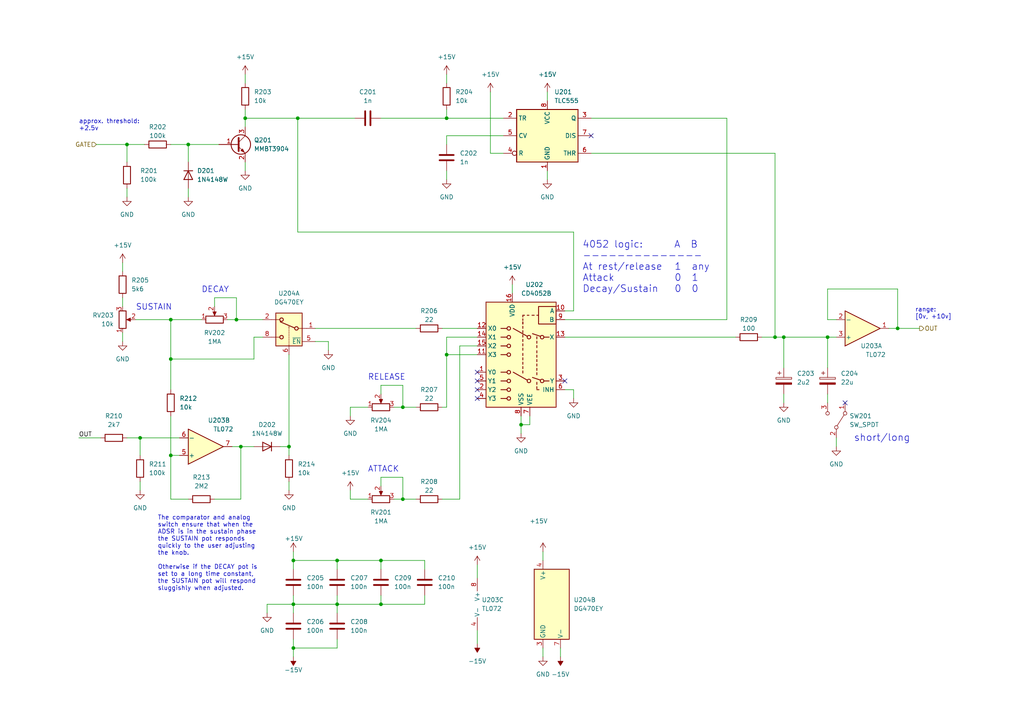
<source format=kicad_sch>
(kicad_sch (version 20230121) (generator eeschema)
  (paper "A4")
  (title_block (title "Josh Ox Ribbon Synth ADSR board") (date "2023-01-18") (rev "1.1") (comment 2 "creativecommons.org/licenses/by/4.0") (comment 3 "license: CC by 4.0") (comment 4 "Author: Jordan Aceto"))
  (lib_symbols
    (symbol "Amplifier_Operational:TL072" (pin_names (offset 0.127))
      (property "Reference" "U" (at 0 5.08 0))
      (property "Value" "TL072" (at 0 -5.08 0))
      (symbol "TL072_1_1"
        (polyline (pts (xy -5.08 5.08) (xy 5.08 0) (xy -5.08 -5.08) (xy -5.08 5.08)) (stroke (width 0.254)) (fill (type background)))
        (pin output line (at 7.62 0 180) (length 2.54) (name "~") (number "1"))
        (pin input line (at -7.62 -2.54 0) (length 2.54) (name "-") (number "2"))
        (pin input line (at -7.62 2.54 0) (length 2.54) (name "+") (number "3"))
      )
      (symbol "TL072_2_1"
        (polyline (pts (xy -5.08 5.08) (xy 5.08 0) (xy -5.08 -5.08) (xy -5.08 5.08)) (stroke (width 0.254)) (fill (type background)))
        (pin input line (at -7.62 2.54 0) (length 2.54) (name "+") (number "5"))
        (pin input line (at -7.62 -2.54 0) (length 2.54) (name "-") (number "6"))
        (pin output line (at 7.62 0 180) (length 2.54) (name "~") (number "7"))
      )
      (symbol "TL072_3_1"
        (pin power_in line (at -2.54 -7.62 90) (length 3.81) (name "V-") (number "4"))
        (pin power_in line (at -2.54 7.62 270) (length 3.81) (name "V+") (number "8"))
      )
    )
    (symbol "Analog_Switch:CD4052B"
      (property "Reference" "U" (at -10.16 16.51 0))
      (property "Value" "CD4052B" (at 3.81 16.51 0))
      (symbol "CD4052B_0_1"
        (rectangle (start -10.16 8.89) (end -5.08 13.97) (stroke (width 0.254)))
        (rectangle (start -10.16 15.24) (end 10.16 -15.24) (stroke (width 0.254)) (fill (type background)))
        (circle (center -6.096 -7.62) (radius 0.508) (stroke (width 0.254)))
        (circle (center -6.096 5.08) (radius 0.508) (stroke (width 0.254)))
        (circle (center -2.286 -7.62) (radius 0.508) (stroke (width 0.254)))
        (circle (center -2.286 5.08) (radius 0.508) (stroke (width 0.254)))
        (polyline (pts (xy -8.128 -7.62) (xy -6.604 -7.62)) (stroke (width 0.254)))
        (polyline (pts (xy -8.128 5.08) (xy -6.604 5.08)) (stroke (width 0.254)))
        (polyline (pts (xy -5.588 -7.366) (xy -3.302 -6.604)) (stroke (width 0.254)))
        (polyline (pts (xy -5.588 5.334) (xy -3.302 6.096)) (stroke (width 0.254)))
        (polyline (pts (xy -4.572 -10.16) (xy -5.207 -10.16)) (stroke (width 0.254)))
        (polyline (pts (xy -4.572 -9.906) (xy -4.572 -9.271)) (stroke (width 0.254)))
        (polyline (pts (xy -4.572 -8.636) (xy -4.572 -8.001)) (stroke (width 0.254)))
        (polyline (pts (xy -4.572 -5.842) (xy -4.572 -5.207)) (stroke (width 0.254)))
        (polyline (pts (xy -4.572 -4.572) (xy -4.572 -3.937)) (stroke (width 0.254)))
        (polyline (pts (xy -4.572 -3.302) (xy -4.572 -2.667)) (stroke (width 0.254)))
        (polyline (pts (xy -4.572 -2.032) (xy -4.572 -1.397)) (stroke (width 0.254)))
        (polyline (pts (xy -4.572 -0.762) (xy -4.572 -0.127)) (stroke (width 0.254)))
        (polyline (pts (xy -4.572 0.508) (xy -4.572 1.143)) (stroke (width 0.254)))
        (polyline (pts (xy -4.572 2.032) (xy -4.572 2.667)) (stroke (width 0.254)))
        (polyline (pts (xy -4.572 3.302) (xy -4.572 3.937)) (stroke (width 0.254)))
        (polyline (pts (xy -4.572 4.572) (xy -4.572 5.207)) (stroke (width 0.254)))
        (polyline (pts (xy -4.572 11.43) (xy -5.08 11.43)) (stroke (width 0.254)))
        (polyline (pts (xy -3.81 11.43) (xy -3.175 11.43)) (stroke (width 0.254)))
        (polyline (pts (xy -1.778 -7.366) (xy 2.286 -5.08)) (stroke (width 0.254)))
        (polyline (pts (xy -1.778 5.334) (xy 2.286 7.62)) (stroke (width 0.254)))
        (polyline (pts (xy -1.778 11.43) (xy -2.286 11.43)) (stroke (width 0.254)))
        (polyline (pts (xy -0.508 -5.334) (xy -0.508 -4.699)) (stroke (width 0.254)))
        (polyline (pts (xy -0.508 -4.064) (xy -0.508 -3.429)) (stroke (width 0.254)))
        (polyline (pts (xy -0.508 -2.794) (xy -0.508 -2.159)) (stroke (width 0.254)))
        (polyline (pts (xy -0.508 -1.524) (xy -0.508 -0.889)) (stroke (width 0.254)))
        (polyline (pts (xy -0.508 -0.254) (xy -0.508 0.381)) (stroke (width 0.254)))
        (polyline (pts (xy -0.508 1.27) (xy -0.508 1.905)) (stroke (width 0.254)))
        (polyline (pts (xy -0.508 2.54) (xy -0.508 3.175)) (stroke (width 0.254)))
        (polyline (pts (xy -0.508 3.81) (xy -0.508 4.445)) (stroke (width 0.254)))
        (polyline (pts (xy -0.508 5.08) (xy -0.508 5.715)) (stroke (width 0.254)))
        (polyline (pts (xy -0.508 6.35) (xy -0.508 6.985)) (stroke (width 0.254)))
        (polyline (pts (xy -0.508 7.62) (xy -0.508 8.255)) (stroke (width 0.254)))
        (polyline (pts (xy -0.508 8.89) (xy -0.508 9.398)) (stroke (width 0.254)))
        (polyline (pts (xy -0.508 8.89) (xy -0.508 9.525)) (stroke (width 0.254)))
        (polyline (pts (xy -0.508 9.906) (xy -0.508 10.414)) (stroke (width 0.254)))
        (polyline (pts (xy -0.508 10.922) (xy -0.508 11.43)) (stroke (width 0.254)))
        (polyline (pts (xy -0.508 11.43) (xy -1.016 11.43)) (stroke (width 0.254)))
        (polyline (pts (xy 4.064 -12.7) (xy 5.842 -12.7)) (stroke (width 0.254)))
        (polyline (pts (xy 4.064 -10.16) (xy 5.842 -10.16)) (stroke (width 0.254)))
        (polyline (pts (xy 4.064 -7.62) (xy 5.842 -7.62)) (stroke (width 0.254)))
        (polyline (pts (xy 4.064 -5.08) (xy 5.842 -5.08)) (stroke (width 0.254)))
        (polyline (pts (xy 4.064 0) (xy 5.842 0)) (stroke (width 0.254)))
        (polyline (pts (xy 4.064 2.54) (xy 5.842 2.54)) (stroke (width 0.254)))
        (polyline (pts (xy 4.064 5.08) (xy 5.842 5.08)) (stroke (width 0.254)))
        (polyline (pts (xy 4.064 7.62) (xy 5.842 7.62)) (stroke (width 0.254)))
        (circle (center 3.556 -12.7) (radius 0.508) (stroke (width 0.254)))
        (circle (center 3.556 -10.16) (radius 0.508) (stroke (width 0.254)))
        (circle (center 3.556 -7.62) (radius 0.508) (stroke (width 0.254)))
        (circle (center 3.556 -5.08) (radius 0.508) (stroke (width 0.254)))
        (circle (center 3.556 0) (radius 0.508) (stroke (width 0.254)))
        (circle (center 3.556 2.54) (radius 0.508) (stroke (width 0.254)))
        (circle (center 3.556 5.08) (radius 0.508) (stroke (width 0.254)))
        (circle (center 3.556 7.62) (radius 0.508) (stroke (width 0.254)))
      )
      (symbol "CD4052B_1_1"
        (pin bidirectional line (at 12.7 -5.08 180) (length 2.54) (name "Y0") (number "1"))
        (pin input line (at -12.7 12.7 0) (length 2.54) (name "A") (number "10"))
        (pin bidirectional line (at 12.7 0 180) (length 2.54) (name "X3") (number "11"))
        (pin bidirectional line (at 12.7 7.62 180) (length 2.54) (name "X0") (number "12"))
        (pin bidirectional line (at -12.7 5.08 0) (length 2.54) (name "X") (number "13"))
        (pin bidirectional line (at 12.7 5.08 180) (length 2.54) (name "X1") (number "14"))
        (pin bidirectional line (at 12.7 2.54 180) (length 2.54) (name "X2") (number "15"))
        (pin power_in line (at 2.54 17.78 270) (length 2.54) (name "VDD") (number "16"))
        (pin bidirectional line (at 12.7 -10.16 180) (length 2.54) (name "Y2") (number "2"))
        (pin bidirectional line (at -12.7 -7.62 0) (length 2.54) (name "Y") (number "3"))
        (pin bidirectional line (at 12.7 -12.7 180) (length 2.54) (name "Y3") (number "4"))
        (pin bidirectional line (at 12.7 -7.62 180) (length 2.54) (name "Y1") (number "5"))
        (pin input line (at -12.7 -10.16 0) (length 2.54) (name "INH") (number "6"))
        (pin power_in line (at -2.54 -17.78 90) (length 2.54) (name "VEE") (number "7"))
        (pin power_in line (at 0 -17.78 90) (length 2.54) (name "VSS") (number "8"))
        (pin input line (at -12.7 10.16 0) (length 2.54) (name "B") (number "9"))
      )
    )
    (symbol "DG470EY_1" (pin_names (offset 0.254))
      (property "Reference" "U?" (at 0 7.62 0))
      (property "Value" "DG470EY_1" (at 0 5.08 0))
      (symbol "DG470EY_1_1_1"
        (rectangle (start -3.81 1.905) (end 3.81 -7.62) (stroke (width 0.254)) (fill (type background)))
        (circle (center -2.159 -2.54) (radius 0.508) (stroke (width 0.254)))
        (polyline (pts (xy -5.08 -2.54) (xy -2.794 -2.54)))
        (polyline (pts (xy -1.651 -2.413) (xy 2.54 -0.635)) (stroke (width 0.254)))
        (polyline (pts (xy 0 -7.62) (xy 0 -7.112)))
        (polyline (pts (xy 0 -6.858) (xy 0 -6.604)))
        (polyline (pts (xy 0 -6.35) (xy 0 -6.096)))
        (polyline (pts (xy 0 -5.842) (xy 0 -5.588)))
        (polyline (pts (xy 0 -5.334) (xy 0 -5.08)))
        (polyline (pts (xy 0 -4.826) (xy 0 -4.572)))
        (polyline (pts (xy 0 -4.318) (xy 0 -4.064)))
        (polyline (pts (xy 0 -3.81) (xy 0 -3.556)))
        (polyline (pts (xy 0 -3.302) (xy 0 -3.048)))
        (polyline (pts (xy 0 -2.794) (xy 0 -2.54)))
        (polyline (pts (xy 0 -2.286) (xy 0 -2.032)))
        (polyline (pts (xy 0 -2.286) (xy 0 -2.032)))
        (polyline (pts (xy 5.08 -5.08) (xy 2.794 -5.08)))
        (polyline (pts (xy 5.08 0) (xy 2.794 0)))
        (circle (center 2.159 -5.08) (radius 0.508) (stroke (width 0.254)))
        (circle (center 2.159 0) (radius 0.508) (stroke (width 0.254)))
        (pin passive line (at -7.62 -2.54 0) (length 2.54) (name "~") (number "1"))
        (pin passive line (at 7.62 0 180) (length 2.54) (name "~") (number "2"))
        (pin input line (at -7.62 -6.35 0) (length 3.81) (name "~{EN}") (number "5"))
        (pin input line (at 0 -10.16 90) (length 2.54) (name "~") (number "6"))
        (pin passive line (at 7.62 -5.08 180) (length 2.54) (name "~") (number "8"))
      )
      (symbol "DG470EY_1_2_0"
        (pin power_in line (at -1.27 -12.7 90) (length 2.54) (name "GND") (number "3"))
        (pin power_in line (at -1.27 12.7 270) (length 2.54) (name "V+") (number "4"))
        (pin power_in line (at 3.81 -12.7 90) (length 2.54) (name "V-") (number "7"))
      )
      (symbol "DG470EY_1_2_1"
        (rectangle (start -3.81 10.16) (end 6.35 -10.16) (stroke (width 0.254)) (fill (type background)))
      )
    )
    (symbol "Device:C" (pin_numbers hide) (pin_names (offset 0.254))
      (property "Reference" "C" (at 0.635 2.54 0))
      (property "Value" "C" (at 0.635 -2.54 0))
      (symbol "C_0_1"
        (polyline (pts (xy -2.032 -0.762) (xy 2.032 -0.762)) (stroke (width 0.508)))
        (polyline (pts (xy -2.032 0.762) (xy 2.032 0.762)) (stroke (width 0.508)))
      )
      (symbol "C_1_1"
        (pin passive line (at 0 3.81 270) (length 2.794) (name "~") (number "1"))
        (pin passive line (at 0 -3.81 90) (length 2.794) (name "~") (number "2"))
      )
    )
    (symbol "Device:C_Polarized" (pin_numbers hide) (pin_names (offset 0.254))
      (property "Reference" "C" (at 0.635 2.54 0))
      (property "Value" "C_Polarized" (at 0.635 -2.54 0))
      (symbol "C_Polarized_0_1"
        (rectangle (start -2.286 0.508) (end 2.286 1.016))
        (polyline (pts (xy -1.778 2.286) (xy -0.762 2.286)))
        (polyline (pts (xy -1.27 2.794) (xy -1.27 1.778)))
        (rectangle (start 2.286 -0.508) (end -2.286 -1.016) (fill (type outline)))
      )
      (symbol "C_Polarized_1_1"
        (pin passive line (at 0 3.81 270) (length 2.794) (name "~") (number "1"))
        (pin passive line (at 0 -3.81 90) (length 2.794) (name "~") (number "2"))
      )
    )
    (symbol "Device:R" (pin_numbers hide) (pin_names (offset 0))
      (property "Reference" "R" (at 2.032 0 90))
      (property "Value" "R" (at 0 0 90))
      (symbol "R_0_1"
        (rectangle (start -1.016 -2.54) (end 1.016 2.54) (stroke (width 0.254)))
      )
      (symbol "R_1_1"
        (pin passive line (at 0 3.81 270) (length 1.27) (name "~") (number "1"))
        (pin passive line (at 0 -3.81 90) (length 1.27) (name "~") (number "2"))
      )
    )
    (symbol "Device:R_Potentiometer" (pin_names (offset 1.016) hide)
      (property "Reference" "RV" (at -4.445 0 90))
      (property "Value" "R_Potentiometer" (at -2.54 0 90))
      (symbol "R_Potentiometer_0_1"
        (polyline (pts (xy 2.54 0) (xy 1.524 0)))
        (polyline (pts (xy 1.143 0) (xy 2.286 0.508) (xy 2.286 -0.508) (xy 1.143 0)) (fill (type outline)))
        (rectangle (start 1.016 2.54) (end -1.016 -2.54) (stroke (width 0.254)))
      )
      (symbol "R_Potentiometer_1_1"
        (pin passive line (at 0 3.81 270) (length 1.27) (name "1") (number "1"))
        (pin passive line (at 3.81 0 180) (length 1.27) (name "2") (number "2"))
        (pin passive line (at 0 -3.81 90) (length 1.27) (name "3") (number "3"))
      )
    )
    (symbol "Diode:1N4148W" (pin_numbers hide) (pin_names hide)
      (property "Reference" "D" (at 0 2.54 0))
      (property "Value" "1N4148W" (at 0 -2.54 0))
      (symbol "1N4148W_0_1"
        (polyline (pts (xy -1.27 1.27) (xy -1.27 -1.27)) (stroke (width 0.254)))
        (polyline (pts (xy 1.27 0) (xy -1.27 0)))
        (polyline (pts (xy 1.27 1.27) (xy 1.27 -1.27) (xy -1.27 0) (xy 1.27 1.27)) (stroke (width 0.254)))
      )
      (symbol "1N4148W_1_1"
        (pin passive line (at -3.81 0 0) (length 2.54) (name "K") (number "1"))
        (pin passive line (at 3.81 0 180) (length 2.54) (name "A") (number "2"))
      )
    )
    (symbol "Switch:SW_SPDT" (pin_names (offset 0) hide)
      (property "Reference" "SW" (at 0 4.318 0))
      (property "Value" "SW_SPDT" (at 0 -5.08 0))
      (symbol "SW_SPDT_0_0"
        (circle (center -2.032 0) (radius 0.508))
        (circle (center 2.032 -2.54) (radius 0.508))
      )
      (symbol "SW_SPDT_0_1"
        (polyline (pts (xy -1.524 0.254) (xy 1.651 2.286)))
        (circle (center 2.032 2.54) (radius 0.508))
      )
      (symbol "SW_SPDT_1_1"
        (pin passive line (at 5.08 2.54 180) (length 2.54) (name "A") (number "1"))
        (pin passive line (at -5.08 0 0) (length 2.54) (name "B") (number "2"))
        (pin passive line (at 5.08 -2.54 180) (length 2.54) (name "C") (number "3"))
      )
    )
    (symbol "Timer:TLC555xD"
      (property "Reference" "U" (at -10.16 8.89 0))
      (property "Value" "TLC555xD" (at 2.54 8.89 0))
      (symbol "TLC555xD_0_0"
        (pin power_in line (at 0 -10.16 90) (length 2.54) (name "GND") (number "1"))
        (pin power_in line (at 0 10.16 270) (length 2.54) (name "VCC") (number "8"))
      )
      (symbol "TLC555xD_0_1"
        (rectangle (start -8.89 -7.62) (end 8.89 7.62) (stroke (width 0.254)) (fill (type background)))
        (rectangle (start -8.89 -7.62) (end 8.89 7.62) (stroke (width 0.254)) (fill (type background)))
      )
      (symbol "TLC555xD_1_1"
        (pin input line (at -12.7 5.08 0) (length 3.81) (name "TR") (number "2"))
        (pin output line (at 12.7 5.08 180) (length 3.81) (name "Q") (number "3"))
        (pin input inverted (at -12.7 -5.08 0) (length 3.81) (name "R") (number "4"))
        (pin input line (at -12.7 0 0) (length 3.81) (name "CV") (number "5"))
        (pin input line (at 12.7 -5.08 180) (length 3.81) (name "THR") (number "6"))
        (pin input line (at 12.7 0 180) (length 3.81) (name "DIS") (number "7"))
      )
    )
    (symbol "Transistor_BJT:MMBT3904" (pin_names (offset 0) hide)
      (property "Reference" "Q" (at 5.08 1.905 0))
      (property "Value" "MMBT3904" (at 5.08 0 0))
      (symbol "MMBT3904_0_1"
        (polyline (pts (xy 0.635 0.635) (xy 2.54 2.54)))
        (polyline (pts (xy 0.635 -0.635) (xy 2.54 -2.54) (xy 2.54 -2.54)))
        (polyline (pts (xy 0.635 1.905) (xy 0.635 -1.905) (xy 0.635 -1.905)) (stroke (width 0.508)))
        (polyline (pts (xy 1.27 -1.778) (xy 1.778 -1.27) (xy 2.286 -2.286) (xy 1.27 -1.778) (xy 1.27 -1.778)) (fill (type outline)))
        (circle (center 1.27 0) (radius 2.8194) (stroke (width 0.254)))
      )
      (symbol "MMBT3904_1_1"
        (pin input line (at -5.08 0 0) (length 5.715) (name "B") (number "1"))
        (pin passive line (at 2.54 -5.08 90) (length 2.54) (name "E") (number "2"))
        (pin passive line (at 2.54 5.08 270) (length 2.54) (name "C") (number "3"))
      )
    )
    (symbol "custom_symbols:DG470EY" (pin_names (offset 0.254))
      (property "Reference" "U?" (at 0 7.62 0))
      (property "Value" "DG470EY" (at 0 5.08 0))
      (symbol "DG470EY_1_1"
        (rectangle (start -3.81 1.905) (end 3.81 -7.62) (stroke (width 0.254)) (fill (type background)))
        (circle (center -2.159 -2.54) (radius 0.508) (stroke (width 0.254)))
        (polyline (pts (xy -5.08 -2.54) (xy -2.794 -2.54)))
        (polyline (pts (xy -1.651 -2.413) (xy 2.54 -0.635)) (stroke (width 0.254)))
        (polyline (pts (xy 0 -7.62) (xy 0 -7.112)))
        (polyline (pts (xy 0 -6.858) (xy 0 -6.604)))
        (polyline (pts (xy 0 -6.35) (xy 0 -6.096)))
        (polyline (pts (xy 0 -5.842) (xy 0 -5.588)))
        (polyline (pts (xy 0 -5.334) (xy 0 -5.08)))
        (polyline (pts (xy 0 -4.826) (xy 0 -4.572)))
        (polyline (pts (xy 0 -4.318) (xy 0 -4.064)))
        (polyline (pts (xy 0 -3.81) (xy 0 -3.556)))
        (polyline (pts (xy 0 -3.302) (xy 0 -3.048)))
        (polyline (pts (xy 0 -2.794) (xy 0 -2.54)))
        (polyline (pts (xy 0 -2.286) (xy 0 -2.032)))
        (polyline (pts (xy 0 -2.286) (xy 0 -2.032)))
        (polyline (pts (xy 5.08 -5.08) (xy 2.794 -5.08)))
        (polyline (pts (xy 5.08 0) (xy 2.794 0)))
        (circle (center 2.159 -5.08) (radius 0.508) (stroke (width 0.254)))
        (circle (center 2.159 0) (radius 0.508) (stroke (width 0.254)))
        (pin passive line (at -7.62 -2.54 0) (length 2.54) (name "~") (number "1"))
        (pin passive line (at 7.62 0 180) (length 2.54) (name "~") (number "2"))
        (pin input line (at -7.62 -6.35 0) (length 3.81) (name "~{EN}") (number "5"))
        (pin input line (at 0 -10.16 90) (length 2.54) (name "~") (number "6"))
        (pin passive line (at 7.62 -5.08 180) (length 2.54) (name "~") (number "8"))
      )
      (symbol "DG470EY_2_0"
        (pin power_in line (at -1.27 -12.7 90) (length 2.54) (name "GND") (number "3"))
        (pin power_in line (at -1.27 12.7 270) (length 2.54) (name "V+") (number "4"))
        (pin power_in line (at 3.81 -12.7 90) (length 2.54) (name "V-") (number "7"))
      )
      (symbol "DG470EY_2_1"
        (rectangle (start -3.81 10.16) (end 6.35 -10.16) (stroke (width 0.254)) (fill (type background)))
      )
    )
    (symbol "power:+15V" (power) (pin_names (offset 0))
      (property "Value" "+15V" (at 0 3.556 0))
      (symbol "+15V_0_1"
        (polyline (pts (xy -0.762 1.27) (xy 0 2.54)))
        (polyline (pts (xy 0 0) (xy 0 2.54)))
        (polyline (pts (xy 0 2.54) (xy 0.762 1.27)))
      )
      (symbol "+15V_1_1"
        (pin power_in line (at 0 0 90) (length 0) hide (name "+15V") (number "1"))
      )
    )
    (symbol "power:-15V" (power) (pin_names (offset 0))
      (property "Value" "-15V" (at 0 3.81 0))
      (symbol "-15V_0_0"
        (pin power_in line (at 0 0 90) (length 0) hide (name "-15V") (number "1"))
      )
      (symbol "-15V_0_1"
        (polyline (pts (xy 0 0) (xy 0 1.27) (xy 0.762 1.27) (xy 0 2.54) (xy -0.762 1.27) (xy 0 1.27)) (fill (type outline)))
      )
    )
    (symbol "power:GND" (power) (pin_names (offset 0))
      (property "Value" "GND" (at 0 -3.81 0))
      (symbol "GND_0_1"
        (polyline (pts (xy 0 0) (xy 0 -1.27) (xy 1.27 -1.27) (xy 0 -2.54) (xy -1.27 -1.27) (xy 0 -1.27)))
      )
      (symbol "GND_1_1"
        (pin power_in line (at 0 0 270) (length 0) hide (name "GND") (number "1"))
      )
    )
  )
  (junction (at 49.53 92.71))
  (junction (at 71.12 34.29))
  (junction (at 110.49 175.26))
  (junction (at 54.61 41.91))
  (junction (at 85.09 162.56))
  (junction (at 85.09 187.96))
  (junction (at 69.85 129.54))
  (junction (at 97.79 175.26))
  (junction (at 83.82 129.54))
  (junction (at 129.54 102.87))
  (junction (at 116.84 144.78))
  (junction (at 36.83 41.91))
  (junction (at 85.09 175.26))
  (junction (at 260.35 95.25))
  (junction (at 116.84 118.11))
  (junction (at 40.64 127))
  (junction (at 97.79 162.56))
  (junction (at 68.58 92.71))
  (junction (at 110.49 162.56))
  (junction (at 129.54 34.29))
  (junction (at 151.13 123.19))
  (junction (at 224.79 97.79))
  (junction (at 240.03 97.79))
  (junction (at 49.53 132.08))
  (junction (at 86.36 34.29))
  (junction (at 49.53 104.14))
  (junction (at 227.33 97.79))
  (no_connect (at 163.83 110.49))
  (no_connect (at 138.43 107.95))
  (no_connect (at 138.43 110.49))
  (no_connect (at 138.43 113.03))
  (no_connect (at 138.43 115.57))
  (no_connect (at 171.45 39.37))
  (no_connect (at 245.11 116.84))
  (wire (pts (xy 86.36 34.29) (xy 102.87 34.29)))
  (wire (pts (xy 138.43 182.88) (xy 138.43 186.69)))
  (wire (pts (xy 210.82 92.71) (xy 210.82 34.29)))
  (wire (pts (xy 116.84 138.43) (xy 116.84 144.78)))
  (wire (pts (xy 85.09 172.72) (xy 85.09 175.26)))
  (wire (pts (xy 81.28 129.54) (xy 83.82 129.54)))
  (wire (pts (xy 83.82 132.08) (xy 83.82 129.54)))
  (wire (pts (xy 95.25 99.06) (xy 91.44 99.06)))
  (wire (pts (xy 85.09 187.96) (xy 97.79 187.96)))
  (wire (pts (xy 62.23 144.78) (xy 69.85 144.78)))
  (wire (pts (xy 66.04 92.71) (xy 68.58 92.71)))
  (wire (pts (xy 69.85 129.54) (xy 73.66 129.54)))
  (wire (pts (xy 114.3 118.11) (xy 116.84 118.11)))
  (wire (pts (xy 54.61 144.78) (xy 49.53 144.78)))
  (wire (pts (xy 110.49 140.97) (xy 110.49 138.43)))
  (wire (pts (xy 54.61 54.61) (xy 54.61 57.15)))
  (wire (pts (xy 129.54 97.79) (xy 129.54 102.87)))
  (wire (pts (xy 39.37 92.71) (xy 49.53 92.71)))
  (wire (pts (xy 166.37 113.03) (xy 166.37 115.57)))
  (wire (pts (xy 153.67 123.19) (xy 153.67 120.65)))
  (wire (pts (xy 157.48 160.02) (xy 157.48 162.56)))
  (wire (pts (xy 73.66 97.79) (xy 76.2 97.79)))
  (wire (pts (xy 240.03 83.82) (xy 260.35 83.82)))
  (wire (pts (xy 260.35 95.25) (xy 257.81 95.25)))
  (wire (pts (xy 85.09 175.26) (xy 85.09 177.8)))
  (wire (pts (xy 97.79 165.1) (xy 97.79 162.56)))
  (wire (pts (xy 35.56 96.52) (xy 35.56 99.06)))
  (wire (pts (xy 151.13 123.19) (xy 151.13 125.73)))
  (wire (pts (xy 40.64 139.7) (xy 40.64 142.24)))
  (wire (pts (xy 71.12 34.29) (xy 71.12 36.83)))
  (wire (pts (xy 166.37 67.31) (xy 86.36 67.31)))
  (wire (pts (xy 68.58 86.36) (xy 68.58 92.71)))
  (wire (pts (xy 163.83 92.71) (xy 210.82 92.71)))
  (wire (pts (xy 123.19 165.1) (xy 123.19 162.56)))
  (wire (pts (xy 73.66 104.14) (xy 73.66 97.79)))
  (wire (pts (xy 110.49 175.26) (xy 97.79 175.26)))
  (wire (pts (xy 54.61 41.91) (xy 54.61 46.99)))
  (wire (pts (xy 27.94 41.91) (xy 36.83 41.91)))
  (wire (pts (xy 110.49 165.1) (xy 110.49 162.56)))
  (wire (pts (xy 71.12 46.99) (xy 71.12 49.53)))
  (wire (pts (xy 69.85 144.78) (xy 69.85 129.54)))
  (wire (pts (xy 22.86 127) (xy 29.21 127)))
  (wire (pts (xy 158.75 26.67) (xy 158.75 29.21)))
  (wire (pts (xy 36.83 46.99) (xy 36.83 41.91)))
  (wire (pts (xy 129.54 31.75) (xy 129.54 34.29)))
  (wire (pts (xy 40.64 127) (xy 52.07 127)))
  (wire (pts (xy 129.54 102.87) (xy 129.54 118.11)))
  (wire (pts (xy 227.33 106.68) (xy 227.33 97.79)))
  (wire (pts (xy 123.19 175.26) (xy 123.19 172.72)))
  (wire (pts (xy 242.57 127) (xy 242.57 129.54)))
  (wire (pts (xy 49.53 120.65) (xy 49.53 132.08)))
  (wire (pts (xy 68.58 92.71) (xy 76.2 92.71)))
  (wire (pts (xy 123.19 175.26) (xy 110.49 175.26)))
  (wire (pts (xy 62.23 88.9) (xy 62.23 86.36)))
  (wire (pts (xy 162.56 190.5) (xy 162.56 187.96)))
  (wire (pts (xy 240.03 97.79) (xy 240.03 106.68)))
  (wire (pts (xy 242.57 92.71) (xy 240.03 92.71)))
  (wire (pts (xy 224.79 97.79) (xy 227.33 97.79)))
  (wire (pts (xy 148.59 82.55) (xy 148.59 85.09)))
  (wire (pts (xy 71.12 31.75) (xy 71.12 34.29)))
  (wire (pts (xy 85.09 160.02) (xy 85.09 162.56)))
  (wire (pts (xy 110.49 175.26) (xy 110.49 172.72)))
  (wire (pts (xy 158.75 49.53) (xy 158.75 52.07)))
  (wire (pts (xy 40.64 127) (xy 40.64 132.08)))
  (wire (pts (xy 49.53 92.71) (xy 49.53 104.14)))
  (wire (pts (xy 71.12 34.29) (xy 86.36 34.29)))
  (wire (pts (xy 110.49 162.56) (xy 97.79 162.56)))
  (wire (pts (xy 133.35 100.33) (xy 133.35 144.78)))
  (wire (pts (xy 86.36 67.31) (xy 86.36 34.29)))
  (wire (pts (xy 95.25 99.06) (xy 95.25 101.6)))
  (wire (pts (xy 97.79 162.56) (xy 85.09 162.56)))
  (wire (pts (xy 91.44 95.25) (xy 120.65 95.25)))
  (wire (pts (xy 36.83 41.91) (xy 41.91 41.91)))
  (wire (pts (xy 157.48 190.5) (xy 157.48 187.96)))
  (wire (pts (xy 97.79 175.26) (xy 97.79 172.72)))
  (wire (pts (xy 97.79 187.96) (xy 97.79 185.42)))
  (wire (pts (xy 240.03 97.79) (xy 242.57 97.79)))
  (wire (pts (xy 85.09 187.96) (xy 85.09 190.5)))
  (wire (pts (xy 35.56 76.2) (xy 35.56 78.74)))
  (wire (pts (xy 260.35 95.25) (xy 266.7 95.25)))
  (wire (pts (xy 110.49 138.43) (xy 116.84 138.43)))
  (wire (pts (xy 142.24 26.67) (xy 142.24 44.45)))
  (wire (pts (xy 146.05 44.45) (xy 142.24 44.45)))
  (wire (pts (xy 138.43 163.83) (xy 138.43 167.64)))
  (wire (pts (xy 36.83 127) (xy 40.64 127)))
  (wire (pts (xy 49.53 104.14) (xy 49.53 113.03)))
  (wire (pts (xy 35.56 86.36) (xy 35.56 88.9)))
  (wire (pts (xy 151.13 123.19) (xy 153.67 123.19)))
  (wire (pts (xy 171.45 34.29) (xy 210.82 34.29)))
  (wire (pts (xy 110.49 34.29) (xy 129.54 34.29)))
  (wire (pts (xy 101.6 118.11) (xy 106.68 118.11)))
  (wire (pts (xy 129.54 118.11) (xy 128.27 118.11)))
  (wire (pts (xy 49.53 41.91) (xy 54.61 41.91)))
  (wire (pts (xy 260.35 83.82) (xy 260.35 95.25)))
  (wire (pts (xy 36.83 54.61) (xy 36.83 57.15)))
  (wire (pts (xy 129.54 102.87) (xy 138.43 102.87)))
  (wire (pts (xy 163.83 90.17) (xy 166.37 90.17)))
  (wire (pts (xy 151.13 120.65) (xy 151.13 123.19)))
  (wire (pts (xy 71.12 21.59) (xy 71.12 24.13)))
  (wire (pts (xy 133.35 144.78) (xy 128.27 144.78)))
  (wire (pts (xy 77.47 175.26) (xy 85.09 175.26)))
  (wire (pts (xy 83.82 139.7) (xy 83.82 142.24)))
  (wire (pts (xy 116.84 144.78) (xy 120.65 144.78)))
  (wire (pts (xy 240.03 114.3) (xy 240.03 116.84)))
  (wire (pts (xy 101.6 118.11) (xy 101.6 120.65)))
  (wire (pts (xy 129.54 41.91) (xy 129.54 39.37)))
  (wire (pts (xy 129.54 21.59) (xy 129.54 24.13)))
  (wire (pts (xy 166.37 90.17) (xy 166.37 67.31)))
  (wire (pts (xy 83.82 102.87) (xy 83.82 129.54)))
  (wire (pts (xy 116.84 118.11) (xy 120.65 118.11)))
  (wire (pts (xy 49.53 92.71) (xy 58.42 92.71)))
  (wire (pts (xy 54.61 41.91) (xy 63.5 41.91)))
  (wire (pts (xy 224.79 97.79) (xy 224.79 44.45)))
  (wire (pts (xy 62.23 86.36) (xy 68.58 86.36)))
  (wire (pts (xy 67.31 129.54) (xy 69.85 129.54)))
  (wire (pts (xy 138.43 97.79) (xy 129.54 97.79)))
  (wire (pts (xy 227.33 97.79) (xy 240.03 97.79)))
  (wire (pts (xy 227.33 114.3) (xy 227.33 116.84)))
  (wire (pts (xy 224.79 44.45) (xy 171.45 44.45)))
  (wire (pts (xy 110.49 111.76) (xy 116.84 111.76)))
  (wire (pts (xy 240.03 92.71) (xy 240.03 83.82)))
  (wire (pts (xy 163.83 113.03) (xy 166.37 113.03)))
  (wire (pts (xy 110.49 114.3) (xy 110.49 111.76)))
  (wire (pts (xy 114.3 144.78) (xy 116.84 144.78)))
  (wire (pts (xy 123.19 162.56) (xy 110.49 162.56)))
  (wire (pts (xy 163.83 97.79) (xy 213.36 97.79)))
  (wire (pts (xy 85.09 162.56) (xy 85.09 165.1)))
  (wire (pts (xy 101.6 144.78) (xy 106.68 144.78)))
  (wire (pts (xy 138.43 100.33) (xy 133.35 100.33)))
  (wire (pts (xy 220.98 97.79) (xy 224.79 97.79)))
  (wire (pts (xy 85.09 185.42) (xy 85.09 187.96)))
  (wire (pts (xy 116.84 111.76) (xy 116.84 118.11)))
  (wire (pts (xy 97.79 177.8) (xy 97.79 175.26)))
  (wire (pts (xy 129.54 34.29) (xy 146.05 34.29)))
  (wire (pts (xy 129.54 49.53) (xy 129.54 52.07)))
  (wire (pts (xy 77.47 177.8) (xy 77.47 175.26)))
  (wire (pts (xy 49.53 132.08) (xy 52.07 132.08)))
  (wire (pts (xy 49.53 104.14) (xy 73.66 104.14)))
  (wire (pts (xy 129.54 39.37) (xy 146.05 39.37)))
  (wire (pts (xy 49.53 144.78) (xy 49.53 132.08)))
  (wire (pts (xy 101.6 142.24) (xy 101.6 144.78)))
  (wire (pts (xy 128.27 95.25) (xy 138.43 95.25)))
  (wire (pts (xy 97.79 175.26) (xy 85.09 175.26)))
  (text "range:\n[0v, +10v]" (at 265.43 92.71 0) (effects (font (size 1.27 1.27)) (justify left bottom)))
  (text "DECAY" (at 58.42 85.09 0) (effects (font (size 1.7 1.7)) (justify left bottom)))
  (text "RELEASE" (at 106.68 110.49 0) (effects (font (size 1.7 1.7)) (justify left bottom)))
  (text "SUSTAIN" (at 39.37 90.17 0) (effects (font (size 1.7 1.7)) (justify left bottom)))
  (text "ATTACK" (at 106.68 137.16 0) (effects (font (size 1.7 1.7)) (justify left bottom)))
  (text "short/long" (at 247.65 128.27 0) (effects (font (size 2 2)) (justify left bottom)))
  (text "The comparator and analog\nswitch ensure that when the\nADSR is in the sustain phase\nthe SUSTAIN pot responds \nquickly to the user adjusting\nthe knob.\n\nOtherwise if the DECAY pot is \nset to a long time constant, \nthe SUSTAIN pot will respond\nsluggishly when adjusted." (at 45.72 171.45 0) (effects (font (size 1.27 1.27)) (justify left bottom)))
  (text "approx. threshold:\n+2.5v" (at 22.86 38.1 0) (effects (font (size 1.27 1.27)) (justify left bottom)))
  (text "1  any\n0  1\n0  0" (at 195.58 85.09 0) (effects (font (size 2 2)) (justify left bottom)))
  (text "4052 logic:      A  B\n--------------\nAt rest/release\nAttack\nDecay/Sustain\n" (at 168.91 85.09 0) (effects (font (size 2 2)) (justify left bottom)))
  (label "OUT" (at 22.86 127 0))
  (hierarchical_label "OUT" (shape output) (at 266.7 95.25 0))
  (hierarchical_label "GATE" (shape input) (at 27.94 41.91 180))
  (symbol (lib_id "power:+15V") (at 85.09 160.02 0) (unit 1)
    (property "Reference" "#PWR0130" (effects hide))
    (property "Value" "+15V" (at 82.55 156.21 0) (effects (justify left)))
    (instances (project "ADSR_board" (path "" (reference "#PWR0130") (unit 1)) (path "" (reference "#PWR0138") (unit 1)) (path "" (reference "#PWR0146") (unit 1))))
  )
  (symbol (lib_id "Device:R") (at 217.17 97.79 90) (unit 1)
    (property "Reference" "R209" (at 217.17 92.71 90))
    (property "Value" "100" (at 217.17 95.25 90))
    (property "Footprint" "Resistor_SMD:R_0805_2012Metric" (effects hide))
    (instances (project "ADSR_board" (path "" (reference "R209") (unit 1)) (path "" (reference "R309") (unit 1)) (path "" (reference "R409") (unit 1))))
  )
  (symbol (lib_id "Device:R_Potentiometer") (at 110.49 144.78 90) (unit 1)
    (property "Reference" "RV201" (at 110.49 148.59 90))
    (property "Value" "1MA" (at 110.49 151.13 90))
    (property "Footprint" "Potentiometer_THT:Potentiometer_Alpha_RD901F-40-00D_Single_Vertical" (effects hide))
    (instances (project "ADSR_board" (path "" (reference "RV201") (unit 1)) (path "" (reference "RV301") (unit 1)) (path "" (reference "RV401") (unit 1))))
  )
  (symbol (lib_id "power:GND") (at 129.54 52.07 0) (unit 1)
    (property "Reference" "#PWR0210" (effects hide))
    (property "Value" "GND" (at 129.54 57.15 0))
    (instances (project "ADSR_board" (path "" (reference "#PWR0210") (unit 1)) (path "" (reference "#PWR0310") (unit 1)) (path "" (reference "#PWR0410") (unit 1))))
  )
  (symbol (lib_id "power:-15V") (at 138.43 186.69 180) (unit 1)
    (property "Reference" "#PWR0133" (effects hide))
    (property "Value" "-15V" (at 138.43 191.77 0))
    (instances (project "ADSR_board" (path "" (reference "#PWR0133") (unit 1)) (path "" (reference "#PWR0141") (unit 1)) (path "" (reference "#PWR0149") (unit 1))))
  )
  (symbol (lib_id "power:+15V") (at 101.6 142.24 0) (unit 1)
    (property "Reference" "#PWR0208" (effects hide))
    (property "Value" "+15V" (at 101.6 137.16 0))
    (instances (project "ADSR_board" (path "" (reference "#PWR0208") (unit 1)) (path "" (reference "#PWR0308") (unit 1)) (path "" (reference "#PWR0408") (unit 1))))
  )
  (symbol (lib_id "Amplifier_Operational:TL072") (at 140.97 175.26 0) (unit 3)
    (property "Reference" "U203" (at 139.7 173.9899 0) (effects (justify left)))
    (property "Value" "TL072" (at 139.7 176.5299 0) (effects (justify left)))
    (property "Footprint" "Package_SO:SOIC-8_3.9x4.9mm_P1.27mm" (effects hide))
    (property "Datasheet" "http://www.ti.com/lit/ds/symlink/tl071.pdf" (effects hide))
    (instances (project "ADSR_board" (path "" (reference "U203") (unit 3)) (path "" (reference "U303") (unit 3)) (path "" (reference "U403") (unit 3))))
  )
  (symbol (lib_id "Transistor_BJT:MMBT3904") (at 68.58 41.91 0) (unit 1)
    (property "Reference" "Q201" (at 73.66 40.6399 0) (effects (justify left)))
    (property "Value" "MMBT3904" (at 73.66 43.1799 0) (effects (justify left)))
    (property "Footprint" "Package_TO_SOT_SMD:SOT-23" (effects hide))
    (property "Datasheet" "https://www.onsemi.com/pub/Collateral/2N3903-D.PDF" (effects hide))
    (instances (project "ADSR_board" (path "" (reference "Q201") (unit 1)) (path "" (reference "Q301") (unit 1)) (path "" (reference "Q401") (unit 1))))
  )
  (symbol (lib_id "Device:R") (at 35.56 82.55 0) (unit 1)
    (property "Reference" "R205" (at 38.1 81.2799 0) (effects (justify left)))
    (property "Value" "5k6" (at 38.1 83.8199 0) (effects (justify left)))
    (property "Footprint" "Resistor_SMD:R_0805_2012Metric" (effects hide))
    (instances (project "ADSR_board" (path "" (reference "R205") (unit 1)) (path "" (reference "R305") (unit 1)) (path "" (reference "R405") (unit 1))))
  )
  (symbol (lib_id "power:GND") (at 35.56 99.06 0) (unit 1)
    (property "Reference" "#PWR0203" (effects hide))
    (property "Value" "GND" (at 35.56 104.14 0))
    (instances (project "ADSR_board" (path "" (reference "#PWR0203") (unit 1)) (path "" (reference "#PWR0303") (unit 1)) (path "" (reference "#PWR0403") (unit 1))))
  )
  (symbol (lib_id "custom_symbols:DG470EY") (at 83.82 92.71 0) (mirror y) (unit 1)
    (property "Reference" "U204" (at 83.82 85.09 0))
    (property "Value" "DG470EY" (at 83.82 87.63 0))
    (property "Footprint" "Package_SO:SOIC-8_3.9x4.9mm_P1.27mm" (effects hide))
    (property "Datasheet" "https://www.vishay.com/docs/71470/dg469.pdf" (effects hide))
    (instances (project "ADSR_board" (path "" (reference "U204") (unit 1)) (path "" (reference "U304") (unit 1)) (path "" (reference "U404") (unit 1))))
  )
  (symbol (lib_id "power:-15V") (at 162.56 190.5 180) (unit 1)
    (property "Reference" "#PWR0132" (effects hide))
    (property "Value" "-15V" (at 162.56 195.58 0))
    (instances (project "ADSR_board" (path "" (reference "#PWR0132") (unit 1)) (path "" (reference "#PWR0140") (unit 1)) (path "" (reference "#PWR0148") (unit 1))))
  )
  (symbol (lib_id "power:+15V") (at 158.75 26.67 0) (unit 1)
    (property "Reference" "#PWR0215" (effects hide))
    (property "Value" "+15V" (at 158.75 21.59 0))
    (instances (project "ADSR_board" (path "" (reference "#PWR0215") (unit 1)) (path "" (reference "#PWR0315") (unit 1)) (path "" (reference "#PWR0415") (unit 1))))
  )
  (symbol (lib_id "power:GND") (at 71.12 49.53 0) (unit 1)
    (property "Reference" "#PWR0206" (effects hide))
    (property "Value" "GND" (at 71.12 54.61 0))
    (instances (project "ADSR_board" (path "" (reference "#PWR0206") (unit 1)) (path "" (reference "#PWR0306") (unit 1)) (path "" (reference "#PWR0406") (unit 1))))
  )
  (symbol (lib_id "Device:C_Polarized") (at 240.03 110.49 0) (unit 1)
    (property "Reference" "C204" (at 243.84 108.3309 0) (effects (justify left)))
    (property "Value" "22u" (at 243.84 110.8709 0) (effects (justify left)))
    (property "Footprint" "Capacitor_THT:CP_Radial_D6.3mm_P2.50mm" (effects hide))
    (instances (project "ADSR_board" (path "" (reference "C204") (unit 1)) (path "" (reference "C304") (unit 1)) (path "" (reference "C404") (unit 1))))
  )
  (symbol (lib_id "Amplifier_Operational:TL072") (at 250.19 95.25 0) (mirror x) (unit 1)
    (property "Reference" "U203" (at 252.73 100.33 0))
    (property "Value" "TL072" (at 254 102.87 0))
    (property "Footprint" "Package_SO:SOIC-8_3.9x4.9mm_P1.27mm" (effects hide))
    (property "Datasheet" "http://www.ti.com/lit/ds/symlink/tl071.pdf" (effects hide))
    (instances (project "ADSR_board" (path "" (reference "U203") (unit 1)) (path "" (reference "U303") (unit 1)) (path "" (reference "U403") (unit 1))))
  )
  (symbol (lib_id "Device:C") (at 123.19 168.91 0) (unit 1)
    (property "Reference" "C210" (at 127 167.6399 0) (effects (justify left)))
    (property "Value" "100n" (at 127 170.1799 0) (effects (justify left)))
    (property "Footprint" "Capacitor_SMD:C_0805_2012Metric" (effects hide))
    (instances (project "ADSR_board" (path "" (reference "C210") (unit 1)) (path "" (reference "C310") (unit 1)) (path "" (reference "C410") (unit 1))))
  )
  (symbol (lib_id "Device:R") (at 33.02 127 270) (unit 1)
    (property "Reference" "R210" (at 33.02 120.65 90))
    (property "Value" "2k7" (at 33.02 123.19 90))
    (property "Footprint" "Resistor_SMD:R_0805_2012Metric" (effects hide))
    (instances (project "ADSR_board" (path "" (reference "R210") (unit 1)) (path "" (reference "R310") (unit 1)) (path "" (reference "R410") (unit 1))))
  )
  (symbol (lib_id "Device:R") (at 124.46 144.78 270) (mirror x) (unit 1)
    (property "Reference" "R208" (at 124.46 139.7 90))
    (property "Value" "22" (at 124.46 142.24 90))
    (property "Footprint" "Resistor_SMD:R_0805_2012Metric" (effects hide))
    (instances (project "ADSR_board" (path "" (reference "R208") (unit 1)) (path "" (reference "R308") (unit 1)) (path "" (reference "R408") (unit 1))))
  )
  (symbol (lib_id "Device:C") (at 97.79 168.91 0) (unit 1)
    (property "Reference" "C207" (at 101.6 167.6399 0) (effects (justify left)))
    (property "Value" "100n" (at 101.6 170.1799 0) (effects (justify left)))
    (property "Footprint" "Capacitor_SMD:C_0805_2012Metric" (effects hide))
    (instances (project "ADSR_board" (path "" (reference "C207") (unit 1)) (path "" (reference "C307") (unit 1)) (path "" (reference "C407") (unit 1))))
  )
  (symbol (lib_id "Switch:SW_SPDT") (at 242.57 121.92 270) (mirror x) (unit 1)
    (property "Reference" "SW201" (at 246.38 120.6499 90) (effects (justify left)))
    (property "Value" "SW_SPDT" (at 246.38 123.1899 90) (effects (justify left)))
    (property "Footprint" "custom_footprints:SPDT_mini_toggle" (effects hide))
    (instances (project "ADSR_board" (path "" (reference "SW201") (unit 1)) (path "" (reference "SW301") (unit 1)) (path "" (reference "SW401") (unit 1))))
  )
  (symbol (lib_id "power:+15V") (at 71.12 21.59 0) (unit 1)
    (property "Reference" "#PWR0205" (effects hide))
    (property "Value" "+15V" (at 71.12 16.51 0))
    (instances (project "ADSR_board" (path "" (reference "#PWR0205") (unit 1)) (path "" (reference "#PWR0305") (unit 1)) (path "" (reference "#PWR0405") (unit 1))))
  )
  (symbol (lib_id "Device:R") (at 45.72 41.91 90) (unit 1)
    (property "Reference" "R202" (at 45.72 36.83 90))
    (property "Value" "100k" (at 45.72 39.37 90))
    (property "Footprint" "Resistor_SMD:R_0805_2012Metric" (effects hide))
    (instances (project "ADSR_board" (path "" (reference "R202") (unit 1)) (path "" (reference "R302") (unit 1)) (path "" (reference "R402") (unit 1))))
  )
  (symbol (lib_id "Device:R_Potentiometer") (at 62.23 92.71 90) (unit 1)
    (property "Reference" "RV202" (at 62.23 96.52 90))
    (property "Value" "1MA" (at 62.23 99.06 90))
    (property "Footprint" "Potentiometer_THT:Potentiometer_Alpha_RD901F-40-00D_Single_Vertical" (effects hide))
    (instances (project "ADSR_board" (path "" (reference "RV202") (unit 1)) (path "" (reference "RV302") (unit 1)) (path "" (reference "RV402") (unit 1))))
  )
  (symbol (lib_id "Device:R_Potentiometer") (at 35.56 92.71 0) (mirror x) (unit 1)
    (property "Reference" "RV203" (at 33.02 91.4399 0) (effects (justify right)))
    (property "Value" "10k" (at 33.02 93.9799 0) (effects (justify right)))
    (property "Footprint" "Potentiometer_THT:Potentiometer_Alpha_RD901F-40-00D_Single_Vertical" (effects hide))
    (instances (project "ADSR_board" (path "" (reference "RV203") (unit 1)) (path "" (reference "RV303") (unit 1)) (path "" (reference "RV403") (unit 1))))
  )
  (symbol (lib_id "power:+15V") (at 129.54 21.59 0) (unit 1)
    (property "Reference" "#PWR0209" (effects hide))
    (property "Value" "+15V" (at 129.54 16.51 0))
    (instances (project "ADSR_board" (path "" (reference "#PWR0209") (unit 1)) (path "" (reference "#PWR0309") (unit 1)) (path "" (reference "#PWR0409") (unit 1))))
  )
  (symbol (lib_id "Device:R") (at 129.54 27.94 0) (unit 1)
    (property "Reference" "R204" (at 132.08 26.6699 0) (effects (justify left)))
    (property "Value" "10k" (at 132.08 29.2099 0) (effects (justify left)))
    (property "Footprint" "Resistor_SMD:R_0805_2012Metric" (effects hide))
    (instances (project "ADSR_board" (path "" (reference "R204") (unit 1)) (path "" (reference "R304") (unit 1)) (path "" (reference "R404") (unit 1))))
  )
  (symbol (lib_id "power:GND") (at 40.64 142.24 0) (unit 1)
    (property "Reference" "#PWR0108" (effects hide))
    (property "Value" "GND" (at 40.64 147.32 0))
    (instances (project "ADSR_board" (path "" (reference "#PWR0108") (unit 1)) (path "" (reference "#PWR0111") (unit 1)) (path "" (reference "#PWR0114") (unit 1))))
  )
  (symbol (lib_id "Device:R") (at 124.46 95.25 90) (unit 1)
    (property "Reference" "R206" (at 124.46 90.17 90))
    (property "Value" "22" (at 124.46 92.71 90))
    (property "Footprint" "Resistor_SMD:R_0805_2012Metric" (effects hide))
    (instances (project "ADSR_board" (path "" (reference "R206") (unit 1)) (path "" (reference "R306") (unit 1)) (path "" (reference "R406") (unit 1))))
  )
  (symbol (lib_id "Device:R") (at 124.46 118.11 90) (unit 1)
    (property "Reference" "R207" (at 124.46 113.03 90))
    (property "Value" "22" (at 124.46 115.57 90))
    (property "Footprint" "Resistor_SMD:R_0805_2012Metric" (effects hide))
    (instances (project "ADSR_board" (path "" (reference "R207") (unit 1)) (path "" (reference "R307") (unit 1)) (path "" (reference "R407") (unit 1))))
  )
  (symbol (lib_id "Diode:1N4148W") (at 54.61 50.8 90) (mirror x) (unit 1)
    (property "Reference" "D201" (at 57.15 49.5299 90) (effects (justify right)))
    (property "Value" "1N4148W" (at 57.15 52.0699 90) (effects (justify right)))
    (property "Footprint" "Diode_SMD:D_SOD-123" (effects hide))
    (property "Datasheet" "https://www.vishay.com/docs/85748/1n4148w.pdf" (effects hide))
    (instances (project "ADSR_board" (path "" (reference "D201") (unit 1)) (path "" (reference "D301") (unit 1)) (path "" (reference "D401") (unit 1))))
  )
  (symbol (lib_id "Device:R_Potentiometer") (at 110.49 118.11 90) (unit 1)
    (property "Reference" "RV204" (at 110.49 121.92 90))
    (property "Value" "1MA" (at 110.49 124.46 90))
    (property "Footprint" "Potentiometer_THT:Potentiometer_Alpha_RD901F-40-00D_Single_Vertical" (effects hide))
    (instances (project "ADSR_board" (path "" (reference "RV204") (unit 1)) (path "" (reference "RV304") (unit 1)) (path "" (reference "RV404") (unit 1))))
  )
  (symbol (lib_id "power:GND") (at 36.83 57.15 0) (unit 1)
    (property "Reference" "#PWR0201" (effects hide))
    (property "Value" "GND" (at 36.83 62.23 0))
    (instances (project "ADSR_board" (path "" (reference "#PWR0201") (unit 1)) (path "" (reference "#PWR0301") (unit 1)) (path "" (reference "#PWR0401") (unit 1))))
  )
  (symbol (lib_id "Device:R") (at 36.83 50.8 0) (unit 1)
    (property "Reference" "R201" (at 40.64 49.5299 0) (effects (justify left)))
    (property "Value" "100k" (at 40.64 52.0699 0) (effects (justify left)))
    (property "Footprint" "Resistor_SMD:R_0805_2012Metric" (effects hide))
    (instances (project "ADSR_board" (path "" (reference "R201") (unit 1)) (path "" (reference "R301") (unit 1)) (path "" (reference "R401") (unit 1))))
  )
  (symbol (lib_id "Device:C") (at 85.09 181.61 0) (unit 1)
    (property "Reference" "C206" (at 88.9 180.3399 0) (effects (justify left)))
    (property "Value" "100n" (at 88.9 182.8799 0) (effects (justify left)))
    (property "Footprint" "Capacitor_SMD:C_0805_2012Metric" (effects hide))
    (instances (project "ADSR_board" (path "" (reference "C206") (unit 1)) (path "" (reference "C306") (unit 1)) (path "" (reference "C406") (unit 1))))
  )
  (symbol (lib_id "power:+15V") (at 157.48 160.02 0) (unit 1)
    (property "Reference" "#PWR0134" (effects hide))
    (property "Value" "+15V" (at 156.21 151.13 0))
    (instances (project "ADSR_board" (path "" (reference "#PWR0134") (unit 1)) (path "" (reference "#PWR0142") (unit 1)) (path "" (reference "#PWR0150") (unit 1))))
  )
  (symbol (lib_id "power:GND") (at 157.48 190.5 0) (unit 1)
    (property "Reference" "#PWR0131" (effects hide))
    (property "Value" "GND" (at 157.48 195.58 0))
    (instances (project "ADSR_board" (path "" (reference "#PWR0131") (unit 1)) (path "" (reference "#PWR0139") (unit 1)) (path "" (reference "#PWR0147") (unit 1))))
  )
  (symbol (lib_id "power:GND") (at 101.6 120.65 0) (mirror y) (unit 1)
    (property "Reference" "#PWR0207" (effects hide))
    (property "Value" "GND" (at 101.6 125.73 0))
    (instances (project "ADSR_board" (path "" (reference "#PWR0207") (unit 1)) (path "" (reference "#PWR0307") (unit 1)) (path "" (reference "#PWR0407") (unit 1))))
  )
  (symbol (lib_id "Analog_Switch:CD4052B") (at 151.13 102.87 0) (mirror y) (unit 1)
    (property "Reference" "U202" (at 152.4 82.55 0) (effects (justify right)))
    (property "Value" "CD4052B" (at 151.13 85.09 0) (effects (justify right)))
    (property "Footprint" "Package_SO:SOIC-16_3.9x9.9mm_P1.27mm" (effects hide))
    (property "Datasheet" "http://www.ti.com/lit/ds/symlink/cd4052b.pdf" (effects hide))
    (instances (project "ADSR_board" (path "" (reference "U202") (unit 1)) (path "" (reference "U302") (unit 1)) (path "" (reference "U402") (unit 1))))
  )
  (symbol (lib_id "Device:R") (at 71.12 27.94 0) (unit 1)
    (property "Reference" "R203" (at 73.66 26.6699 0) (effects (justify left)))
    (property "Value" "10k" (at 73.66 29.2099 0) (effects (justify left)))
    (property "Footprint" "Resistor_SMD:R_0805_2012Metric" (effects hide))
    (instances (project "ADSR_board" (path "" (reference "R203") (unit 1)) (path "" (reference "R303") (unit 1)) (path "" (reference "R403") (unit 1))))
  )
  (symbol (lib_id "power:+15V") (at 138.43 163.83 0) (unit 1)
    (property "Reference" "#PWR0135" (effects hide))
    (property "Value" "+15V" (at 138.43 158.75 0))
    (instances (project "ADSR_board" (path "" (reference "#PWR0135") (unit 1)) (path "" (reference "#PWR0143") (unit 1)) (path "" (reference "#PWR0151") (unit 1))))
  )
  (symbol (lib_id "Timer:TLC555xD") (at 158.75 39.37 0) (unit 1)
    (property "Reference" "U201" (at 160.7694 26.67 0) (effects (justify left)))
    (property "Value" "TLC555" (at 160.7694 29.21 0) (effects (justify left)))
    (property "Footprint" "Package_SO:SOIC-8_3.9x4.9mm_P1.27mm" (effects hide))
    (property "Datasheet" "http://www.ti.com/lit/ds/symlink/tlc555.pdf" (effects hide))
    (instances (project "ADSR_board" (path "" (reference "U201") (unit 1)) (path "" (reference "U301") (unit 1)) (path "" (reference "U401") (unit 1))))
  )
  (symbol (lib_id "power:-15V") (at 85.09 190.5 180) (unit 1)
    (property "Reference" "#PWR0128" (effects hide))
    (property "Value" "-15V" (at 85.09 194.31 0))
    (instances (project "ADSR_board" (path "" (reference "#PWR0128") (unit 1)) (path "" (reference "#PWR0136") (unit 1)) (path "" (reference "#PWR0144") (unit 1))))
  )
  (symbol (lib_id "power:GND") (at 77.47 177.8 0) (unit 1)
    (property "Reference" "#PWR0129" (effects hide))
    (property "Value" "GND" (at 77.47 182.88 0))
    (instances (project "ADSR_board" (path "" (reference "#PWR0129") (unit 1)) (path "" (reference "#PWR0137") (unit 1)) (path "" (reference "#PWR0145") (unit 1))))
  )
  (symbol (lib_id "Device:R") (at 49.53 116.84 0) (unit 1)
    (property "Reference" "R212" (at 52.07 115.5699 0) (effects (justify left)))
    (property "Value" "10k" (at 52.07 118.1099 0) (effects (justify left)))
    (property "Footprint" "Resistor_SMD:R_0805_2012Metric" (effects hide))
    (instances (project "ADSR_board" (path "" (reference "R212") (unit 1)) (path "" (reference "R312") (unit 1)) (path "" (reference "R412") (unit 1))))
  )
  (symbol (lib_id "Device:R") (at 83.82 135.89 0) (unit 1)
    (property "Reference" "R214" (at 86.36 134.6199 0) (effects (justify left)))
    (property "Value" "10k" (at 86.36 137.1599 0) (effects (justify left)))
    (property "Footprint" "Resistor_SMD:R_0805_2012Metric" (effects hide))
    (instances (project "ADSR_board" (path "" (reference "R214") (unit 1)) (path "" (reference "R314") (unit 1)) (path "" (reference "R414") (unit 1))))
  )
  (symbol (lib_id "power:GND") (at 166.37 115.57 0) (unit 1)
    (property "Reference" "#PWR0214" (effects hide))
    (property "Value" "GND" (at 166.37 120.65 0))
    (instances (project "ADSR_board" (path "" (reference "#PWR0214") (unit 1)) (path "" (reference "#PWR0314") (unit 1)) (path "" (reference "#PWR0414") (unit 1))))
  )
  (symbol (lib_id "power:+15V") (at 35.56 76.2 0) (unit 1)
    (property "Reference" "#PWR0202" (effects hide))
    (property "Value" "+15V" (at 35.56 71.12 0))
    (instances (project "ADSR_board" (path "" (reference "#PWR0202") (unit 1)) (path "" (reference "#PWR0302") (unit 1)) (path "" (reference "#PWR0402") (unit 1))))
  )
  (symbol (lib_id "power:+15V") (at 148.59 82.55 0) (unit 1)
    (property "Reference" "#PWR0211" (effects hide))
    (property "Value" "+15V" (at 148.59 77.47 0))
    (instances (project "ADSR_board" (path "" (reference "#PWR0211") (unit 1)) (path "" (reference "#PWR0311") (unit 1)) (path "" (reference "#PWR0411") (unit 1))))
  )
  (symbol (lib_name "DG470EY_1") (lib_id "custom_symbols:DG470EY") (at 158.75 175.26 0) (unit 2)
    (property "Reference" "U204" (at 166.37 173.9899 0) (effects (justify left)))
    (property "Value" "DG470EY" (at 166.37 176.5299 0) (effects (justify left)))
    (property "Footprint" "Package_SO:SOIC-8_3.9x4.9mm_P1.27mm" (effects hide))
    (property "Datasheet" "https://www.vishay.com/docs/71470/dg469.pdf" (effects hide))
    (instances (project "ADSR_board" (path "" (reference "U204") (unit 2)) (path "" (reference "U304") (unit 2)) (path "" (reference "U404") (unit 2))))
  )
  (symbol (lib_id "power:GND") (at 242.57 129.54 0) (unit 1)
    (property "Reference" "#PWR0218" (effects hide))
    (property "Value" "GND" (at 242.57 134.62 0))
    (instances (project "ADSR_board" (path "" (reference "#PWR0218") (unit 1)) (path "" (reference "#PWR0318") (unit 1)) (path "" (reference "#PWR0418") (unit 1))))
  )
  (symbol (lib_id "Device:C") (at 97.79 181.61 0) (unit 1)
    (property "Reference" "C208" (at 101.6 180.3399 0) (effects (justify left)))
    (property "Value" "100n" (at 101.6 182.8799 0) (effects (justify left)))
    (property "Footprint" "Capacitor_SMD:C_0805_2012Metric" (effects hide))
    (instances (project "ADSR_board" (path "" (reference "C208") (unit 1)) (path "" (reference "C308") (unit 1)) (path "" (reference "C408") (unit 1))))
  )
  (symbol (lib_id "Amplifier_Operational:TL072") (at 59.69 129.54 0) (mirror x) (unit 2)
    (property "Reference" "U203" (at 63.5 121.92 0))
    (property "Value" "TL072" (at 64.77 124.46 0))
    (property "Footprint" "Package_SO:SOIC-8_3.9x4.9mm_P1.27mm" (effects hide))
    (property "Datasheet" "http://www.ti.com/lit/ds/symlink/tl071.pdf" (effects hide))
    (instances (project "ADSR_board" (path "" (reference "U203") (unit 2)) (path "" (reference "U303") (unit 2)) (path "" (reference "U403") (unit 2))))
  )
  (symbol (lib_id "power:GND") (at 83.82 142.24 0) (unit 1)
    (property "Reference" "#PWR0106" (effects hide))
    (property "Value" "GND" (at 83.82 147.32 0))
    (instances (project "ADSR_board" (path "" (reference "#PWR0106") (unit 1)) (path "" (reference "#PWR0109") (unit 1)) (path "" (reference "#PWR0112") (unit 1))))
  )
  (symbol (lib_id "Device:C") (at 106.68 34.29 90) (unit 1)
    (property "Reference" "C201" (at 106.68 26.67 90))
    (property "Value" "1n" (at 106.68 29.21 90))
    (property "Footprint" "Capacitor_SMD:C_0805_2012Metric" (effects hide))
    (instances (project "ADSR_board" (path "" (reference "C201") (unit 1)) (path "" (reference "C301") (unit 1)) (path "" (reference "C401") (unit 1))))
  )
  (symbol (lib_id "power:GND") (at 95.25 101.6 0) (unit 1)
    (property "Reference" "#PWR0107" (effects hide))
    (property "Value" "GND" (at 95.25 106.68 0))
    (instances (project "ADSR_board" (path "" (reference "#PWR0107") (unit 1)) (path "" (reference "#PWR0110") (unit 1)) (path "" (reference "#PWR0113") (unit 1))))
  )
  (symbol (lib_id "power:GND") (at 54.61 57.15 0) (unit 1)
    (property "Reference" "#PWR0204" (effects hide))
    (property "Value" "GND" (at 54.61 62.23 0))
    (instances (project "ADSR_board" (path "" (reference "#PWR0204") (unit 1)) (path "" (reference "#PWR0304") (unit 1)) (path "" (reference "#PWR0404") (unit 1))))
  )
  (symbol (lib_id "power:+15V") (at 142.24 26.67 0) (unit 1)
    (property "Reference" "#PWR0213" (effects hide))
    (property "Value" "+15V" (at 142.24 21.59 0))
    (instances (project "ADSR_board" (path "" (reference "#PWR0213") (unit 1)) (path "" (reference "#PWR0313") (unit 1)) (path "" (reference "#PWR0413") (unit 1))))
  )
  (symbol (lib_id "Device:C_Polarized") (at 227.33 110.49 0) (unit 1)
    (property "Reference" "C203" (at 231.14 108.3309 0) (effects (justify left)))
    (property "Value" "2u2" (at 231.14 110.8709 0) (effects (justify left)))
    (property "Footprint" "Capacitor_THT:CP_Radial_D6.3mm_P2.50mm" (effects hide))
    (instances (project "ADSR_board" (path "" (reference "C203") (unit 1)) (path "" (reference "C303") (unit 1)) (path "" (reference "C403") (unit 1))))
  )
  (symbol (lib_id "Device:R") (at 40.64 135.89 0) (unit 1)
    (property "Reference" "R211" (at 43.18 134.6199 0) (effects (justify left)))
    (property "Value" "100k" (at 43.18 137.1599 0) (effects (justify left)))
    (property "Footprint" "Resistor_SMD:R_0805_2012Metric" (effects hide))
    (instances (project "ADSR_board" (path "" (reference "R211") (unit 1)) (path "" (reference "R311") (unit 1)) (path "" (reference "R411") (unit 1))))
  )
  (symbol (lib_id "Device:C") (at 110.49 168.91 0) (unit 1)
    (property "Reference" "C209" (at 114.3 167.6399 0) (effects (justify left)))
    (property "Value" "100n" (at 114.3 170.1799 0) (effects (justify left)))
    (property "Footprint" "Capacitor_SMD:C_0805_2012Metric" (effects hide))
    (instances (project "ADSR_board" (path "" (reference "C209") (unit 1)) (path "" (reference "C309") (unit 1)) (path "" (reference "C409") (unit 1))))
  )
  (symbol (lib_id "Device:R") (at 58.42 144.78 270) (unit 1)
    (property "Reference" "R213" (at 58.42 138.43 90))
    (property "Value" "2M2" (at 58.42 140.97 90))
    (property "Footprint" "Resistor_SMD:R_0805_2012Metric" (effects hide))
    (instances (project "ADSR_board" (path "" (reference "R213") (unit 1)) (path "" (reference "R313") (unit 1)) (path "" (reference "R413") (unit 1))))
  )
  (symbol (lib_id "power:GND") (at 158.75 52.07 0) (unit 1)
    (property "Reference" "#PWR0216" (effects hide))
    (property "Value" "GND" (at 158.75 57.15 0))
    (instances (project "ADSR_board" (path "" (reference "#PWR0216") (unit 1)) (path "" (reference "#PWR0316") (unit 1)) (path "" (reference "#PWR0416") (unit 1))))
  )
  (symbol (lib_id "Diode:1N4148W") (at 77.47 129.54 0) (mirror y) (unit 1)
    (property "Reference" "D202" (at 77.47 123.19 0))
    (property "Value" "1N4148W" (at 77.47 125.73 0))
    (property "Footprint" "Diode_SMD:D_SOD-123" (effects hide))
    (property "Datasheet" "https://www.vishay.com/docs/85748/1n4148w.pdf" (effects hide))
    (instances (project "ADSR_board" (path "" (reference "D202") (unit 1)) (path "" (reference "D302") (unit 1)) (path "" (reference "D402") (unit 1))))
  )
  (symbol (lib_id "Device:C") (at 85.09 168.91 0) (unit 1)
    (property "Reference" "C205" (at 88.9 167.6399 0) (effects (justify left)))
    (property "Value" "100n" (at 88.9 170.1799 0) (effects (justify left)))
    (property "Footprint" "Capacitor_SMD:C_0805_2012Metric" (effects hide))
    (instances (project "ADSR_board" (path "" (reference "C205") (unit 1)) (path "" (reference "C305") (unit 1)) (path "" (reference "C405") (unit 1))))
  )
  (symbol (lib_id "power:GND") (at 151.13 125.73 0) (unit 1)
    (property "Reference" "#PWR0212" (effects hide))
    (property "Value" "GND" (at 151.13 130.81 0))
    (instances (project "ADSR_board" (path "" (reference "#PWR0212") (unit 1)) (path "" (reference "#PWR0312") (unit 1)) (path "" (reference "#PWR0412") (unit 1))))
  )
  (symbol (lib_id "power:GND") (at 227.33 116.84 0) (unit 1)
    (property "Reference" "#PWR0217" (effects hide))
    (property "Value" "GND" (at 227.33 121.92 0))
    (instances (project "ADSR_board" (path "" (reference "#PWR0217") (unit 1)) (path "" (reference "#PWR0317") (unit 1)) (path "" (reference "#PWR0417") (unit 1))))
  )
  (symbol (lib_id "Device:C") (at 129.54 45.72 0) (unit 1)
    (property "Reference" "C202" (at 133.35 44.4499 0) (effects (justify left)))
    (property "Value" "1n" (at 133.35 46.9899 0) (effects (justify left)))
    (property "Footprint" "Capacitor_SMD:C_0805_2012Metric" (effects hide))
    (instances (project "ADSR_board" (path "" (reference "C202") (unit 1)) (path "" (reference "C302") (unit 1)) (path "" (reference "C402") (unit 1))))
  )
)
</source>
